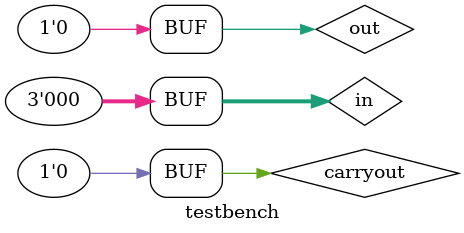
<source format=v>
module testbench;
    reg [2:0] in;

	reg patt_out = 0;
	reg patt_carry_out = 0;
	wire out = 0;
    wire carryout = 0;

    initial begin
        // $dumpfile("testbench.vcd");
        // $dumpvars(0, testbench);

        #5 in = 0;
        repeat (10000) begin
            #5 in = in + 1;
        end

        $display("OKAY");
    end

    top uut (
	.x(in[0]),
	.y(in[1]),
	.cin(in[2]),
	.A(out),
	.cout(carryout)
	);
	
	always @(posedge in[0]) 
        patt_out <=  in[1] + in[2];
    always @(negedge in[0])
        patt_carry_out <=  in[1] + patt_out;

	assert_comb out_test(.A(patt_out), .B(out));
	assert_comb carry_test(.A(patt_carry_out), .B(carryout));

endmodule

</source>
